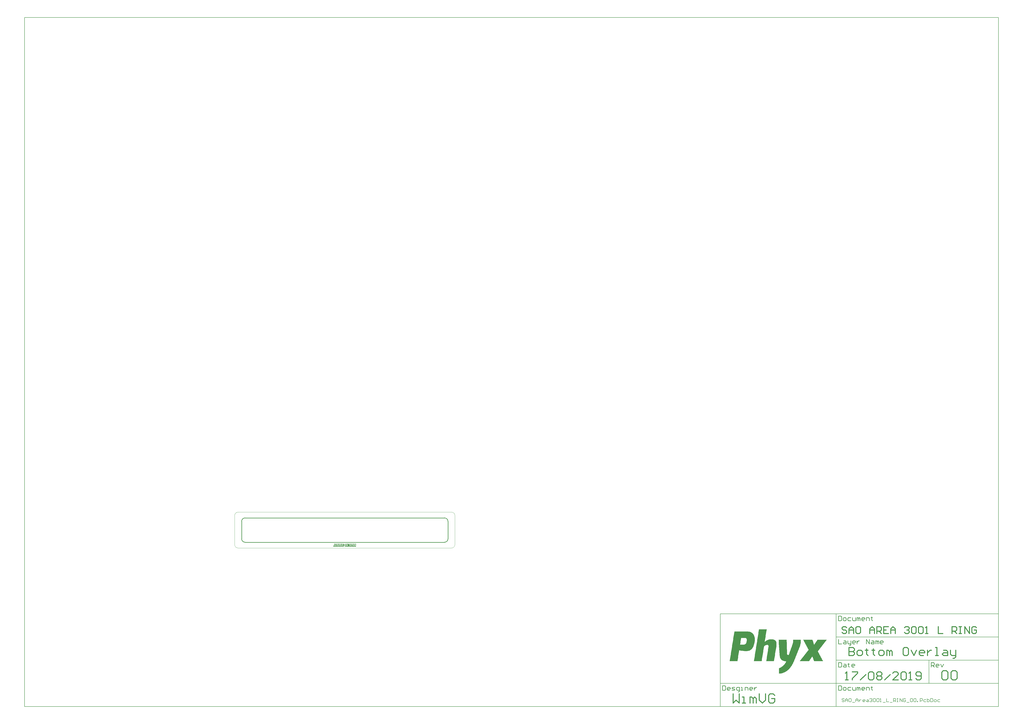
<source format=gbo>
G04*
G04 #@! TF.GenerationSoftware,Altium Limited,Altium Designer,18.1.7 (191)*
G04*
G04 Layer_Color=32896*
%FSLAX25Y25*%
%MOIN*%
G70*
G01*
G75*
%ADD10C,0.01575*%
%ADD11C,0.00984*%
%ADD12C,0.00394*%
%ADD13C,0.00787*%
G36*
X205793Y6972D02*
X206306D01*
Y6464D01*
Y5945D01*
Y5426D01*
Y4913D01*
Y4394D01*
Y3876D01*
Y3368D01*
Y2860D01*
X205793D01*
Y2352D01*
X203735D01*
Y2860D01*
X203216D01*
Y2352D01*
X201157D01*
Y2860D01*
X201152D01*
Y2352D01*
X199094D01*
Y2860D01*
X198575D01*
Y2352D01*
X196517D01*
Y2860D01*
X196511D01*
Y2352D01*
X191876D01*
Y2860D01*
X191870D01*
Y2352D01*
X189812D01*
Y2860D01*
X189293D01*
Y2352D01*
X187234D01*
Y2860D01*
Y3368D01*
Y3876D01*
Y4394D01*
Y4913D01*
Y5426D01*
Y5945D01*
Y6464D01*
X187742D01*
Y6972D01*
X188261D01*
Y7490D01*
X191870D01*
Y6972D01*
X192383D01*
Y7490D01*
X197024D01*
Y6972D01*
X197543D01*
Y7490D01*
X201665D01*
Y6972D01*
X202184D01*
Y7490D01*
X205793D01*
Y6972D01*
D02*
G37*
G36*
X185760D02*
X186274D01*
Y6464D01*
Y5945D01*
Y5426D01*
X185760D01*
Y4913D01*
X186274D01*
Y4394D01*
Y3876D01*
Y3368D01*
X185760D01*
Y2860D01*
X185242D01*
Y2352D01*
X181632D01*
Y2860D01*
X181125D01*
Y3368D01*
X181119D01*
Y2860D01*
X180601D01*
Y2352D01*
X176991D01*
Y2860D01*
X176484D01*
Y3368D01*
X176478D01*
Y2860D01*
X175960D01*
Y2352D01*
X172351D01*
Y2860D01*
X171837D01*
Y2352D01*
X167710D01*
Y2860D01*
Y3368D01*
Y3876D01*
X168228D01*
Y4394D01*
X168742D01*
Y4913D01*
Y5426D01*
Y5945D01*
Y6464D01*
Y6972D01*
X169260D01*
Y7490D01*
X171319D01*
Y6972D01*
X171837D01*
Y6464D01*
Y5945D01*
Y5426D01*
X171319D01*
Y4913D01*
Y4394D01*
X171843D01*
Y4913D01*
Y5426D01*
Y5945D01*
Y6464D01*
X172351D01*
Y6972D01*
X172869D01*
Y7490D01*
X176478D01*
Y6972D01*
X177510D01*
Y7490D01*
X181119D01*
Y6972D01*
X182151D01*
Y7490D01*
X185760D01*
Y6972D01*
D02*
G37*
G36*
X1005337Y-155808D02*
X1005050D01*
Y-156094D01*
X1004764D01*
Y-156380D01*
Y-156667D01*
X1004478D01*
Y-156953D01*
X1004192D01*
Y-157239D01*
X1003905D01*
Y-157526D01*
Y-157812D01*
X1003619D01*
Y-158098D01*
X1003333D01*
Y-158385D01*
X1003046D01*
Y-158671D01*
X1002760D01*
Y-158957D01*
Y-159244D01*
X1002474D01*
Y-159530D01*
X1002187D01*
Y-159816D01*
X1001901D01*
Y-160102D01*
Y-160389D01*
X1001615D01*
Y-160675D01*
X1001328D01*
Y-160961D01*
X1001042D01*
Y-161248D01*
X1000756D01*
Y-161534D01*
Y-161820D01*
X1000469D01*
Y-162107D01*
X1000183D01*
Y-162393D01*
X999897D01*
Y-162679D01*
Y-162966D01*
X999611D01*
Y-163252D01*
X999324D01*
Y-163538D01*
X999038D01*
Y-163824D01*
Y-164111D01*
X998752D01*
Y-164397D01*
X998465D01*
Y-164683D01*
X998179D01*
Y-164970D01*
X997893D01*
Y-165256D01*
Y-165542D01*
X997606D01*
Y-165829D01*
X997320D01*
Y-166115D01*
X997034D01*
Y-166401D01*
Y-166688D01*
X996747D01*
Y-166974D01*
X996461D01*
Y-167260D01*
X996175D01*
Y-167547D01*
Y-167833D01*
X995889D01*
Y-168119D01*
X995602D01*
Y-168405D01*
X995316D01*
Y-168692D01*
X995030D01*
Y-168978D01*
Y-169264D01*
X994743D01*
Y-169551D01*
X994457D01*
Y-169837D01*
X994171D01*
Y-170123D01*
Y-170410D01*
X993884D01*
Y-170696D01*
X993598D01*
Y-170982D01*
X993312D01*
Y-171269D01*
Y-171555D01*
X993025D01*
Y-171841D01*
X992739D01*
Y-172127D01*
X992453D01*
Y-172414D01*
X992166D01*
Y-172700D01*
Y-172986D01*
X991880D01*
Y-173273D01*
X991594D01*
Y-173559D01*
X991308D01*
Y-173845D01*
Y-174132D01*
X991021D01*
Y-174418D01*
X990735D01*
Y-174704D01*
X990449D01*
Y-174991D01*
X990162D01*
Y-175277D01*
Y-175563D01*
X990449D01*
Y-175850D01*
Y-176136D01*
X990735D01*
Y-176422D01*
Y-176709D01*
X991021D01*
Y-176995D01*
X991308D01*
Y-177281D01*
Y-177568D01*
X991594D01*
Y-177854D01*
Y-178140D01*
X991880D01*
Y-178426D01*
Y-178713D01*
X992166D01*
Y-178999D01*
Y-179285D01*
X992453D01*
Y-179572D01*
Y-179858D01*
X992739D01*
Y-180144D01*
Y-180431D01*
X993025D01*
Y-180717D01*
Y-181003D01*
X993312D01*
Y-181290D01*
Y-181576D01*
X993598D01*
Y-181862D01*
X993884D01*
Y-182149D01*
Y-182435D01*
X994171D01*
Y-182721D01*
Y-183007D01*
X994457D01*
Y-183294D01*
Y-183580D01*
X994743D01*
Y-183866D01*
Y-184153D01*
X995030D01*
Y-184439D01*
Y-184725D01*
X995316D01*
Y-185012D01*
Y-185298D01*
X995602D01*
Y-185584D01*
Y-185871D01*
X995889D01*
Y-186157D01*
X996175D01*
Y-186443D01*
Y-186730D01*
X996461D01*
Y-187016D01*
Y-187302D01*
X996747D01*
Y-187588D01*
Y-187875D01*
X997034D01*
Y-188161D01*
Y-188447D01*
X997320D01*
Y-188734D01*
Y-189020D01*
X997606D01*
Y-189306D01*
Y-189593D01*
X997893D01*
Y-189879D01*
Y-190165D01*
X998179D01*
Y-190452D01*
X998465D01*
Y-190738D01*
Y-191024D01*
X998752D01*
Y-191311D01*
Y-191597D01*
X999038D01*
Y-191883D01*
X983863D01*
Y-191597D01*
X983577D01*
Y-191311D01*
Y-191024D01*
Y-190738D01*
X983291D01*
Y-190452D01*
Y-190165D01*
Y-189879D01*
X983004D01*
Y-189593D01*
Y-189306D01*
X982718D01*
Y-189020D01*
Y-188734D01*
Y-188447D01*
X982432D01*
Y-188161D01*
Y-187875D01*
Y-187588D01*
X982146D01*
Y-187302D01*
Y-187016D01*
X981859D01*
Y-186730D01*
Y-186443D01*
Y-186157D01*
X981573D01*
Y-185871D01*
Y-185584D01*
Y-185298D01*
X981287D01*
Y-185012D01*
Y-184725D01*
Y-184439D01*
X981000D01*
Y-184153D01*
X980428D01*
Y-184439D01*
Y-184725D01*
X980141D01*
Y-185012D01*
X979855D01*
Y-185298D01*
Y-185584D01*
X979569D01*
Y-185871D01*
X979282D01*
Y-186157D01*
Y-186443D01*
X978996D01*
Y-186730D01*
X978710D01*
Y-187016D01*
Y-187302D01*
X978423D01*
Y-187588D01*
X978137D01*
Y-187875D01*
X977851D01*
Y-188161D01*
Y-188447D01*
X977565D01*
Y-188734D01*
X977278D01*
Y-189020D01*
Y-189306D01*
X976992D01*
Y-189593D01*
X976705D01*
Y-189879D01*
Y-190165D01*
X976419D01*
Y-190452D01*
X976133D01*
Y-190738D01*
Y-191024D01*
X975847D01*
Y-191311D01*
X975560D01*
Y-191597D01*
Y-191883D01*
X959527D01*
Y-191597D01*
X959813D01*
Y-191311D01*
X960099D01*
Y-191024D01*
X960386D01*
Y-190738D01*
X960672D01*
Y-190452D01*
Y-190165D01*
X960958D01*
Y-189879D01*
X961245D01*
Y-189593D01*
X961531D01*
Y-189306D01*
X961817D01*
Y-189020D01*
Y-188734D01*
X962104D01*
Y-188447D01*
X962390D01*
Y-188161D01*
X962676D01*
Y-187875D01*
Y-187588D01*
X962963D01*
Y-187302D01*
X963249D01*
Y-187016D01*
X963535D01*
Y-186730D01*
X963822D01*
Y-186443D01*
Y-186157D01*
X964108D01*
Y-185871D01*
X964394D01*
Y-185584D01*
X964680D01*
Y-185298D01*
X964967D01*
Y-185012D01*
Y-184725D01*
X965253D01*
Y-184439D01*
X965539D01*
Y-184153D01*
X965826D01*
Y-183866D01*
Y-183580D01*
X966112D01*
Y-183294D01*
X966398D01*
Y-183007D01*
X966685D01*
Y-182721D01*
X966971D01*
Y-182435D01*
Y-182149D01*
X967257D01*
Y-181862D01*
X967544D01*
Y-181576D01*
X967830D01*
Y-181290D01*
Y-181003D01*
X968116D01*
Y-180717D01*
X968402D01*
Y-180431D01*
X968689D01*
Y-180144D01*
X968975D01*
Y-179858D01*
Y-179572D01*
X969261D01*
Y-179285D01*
X969548D01*
Y-178999D01*
X969834D01*
Y-178713D01*
Y-178426D01*
X970120D01*
Y-178140D01*
X970407D01*
Y-177854D01*
X970693D01*
Y-177568D01*
X970979D01*
Y-177281D01*
Y-176995D01*
X971266D01*
Y-176709D01*
X971552D01*
Y-176422D01*
X971838D01*
Y-176136D01*
X972124D01*
Y-175850D01*
Y-175563D01*
X972411D01*
Y-175277D01*
X972697D01*
Y-174991D01*
X972983D01*
Y-174704D01*
Y-174418D01*
X973270D01*
Y-174132D01*
X973556D01*
Y-173845D01*
X973842D01*
Y-173559D01*
X974129D01*
Y-173273D01*
Y-172986D01*
X974415D01*
Y-172700D01*
Y-172414D01*
Y-172127D01*
X974129D01*
Y-171841D01*
X973842D01*
Y-171555D01*
Y-171269D01*
X973556D01*
Y-170982D01*
Y-170696D01*
X973270D01*
Y-170410D01*
Y-170123D01*
X972983D01*
Y-169837D01*
Y-169551D01*
X972697D01*
Y-169264D01*
Y-168978D01*
X972411D01*
Y-168692D01*
Y-168405D01*
X972124D01*
Y-168119D01*
X971838D01*
Y-167833D01*
Y-167547D01*
X971552D01*
Y-167260D01*
Y-166974D01*
X971266D01*
Y-166688D01*
Y-166401D01*
X970979D01*
Y-166115D01*
Y-165829D01*
X970693D01*
Y-165542D01*
Y-165256D01*
X970407D01*
Y-164970D01*
Y-164683D01*
X970120D01*
Y-164397D01*
X969834D01*
Y-164111D01*
Y-163824D01*
X969548D01*
Y-163538D01*
Y-163252D01*
X969261D01*
Y-162966D01*
Y-162679D01*
X968975D01*
Y-162393D01*
Y-162107D01*
X968689D01*
Y-161820D01*
Y-161534D01*
X968402D01*
Y-161248D01*
Y-160961D01*
X968116D01*
Y-160675D01*
Y-160389D01*
X967830D01*
Y-160102D01*
X967544D01*
Y-159816D01*
Y-159530D01*
X967257D01*
Y-159244D01*
Y-158957D01*
X966971D01*
Y-158671D01*
Y-158385D01*
X966685D01*
Y-158098D01*
Y-157812D01*
X966398D01*
Y-157526D01*
Y-157239D01*
X966112D01*
Y-156953D01*
Y-156667D01*
X965826D01*
Y-156380D01*
X965539D01*
Y-156094D01*
Y-155808D01*
X965253D01*
Y-155521D01*
X981000D01*
Y-155808D01*
X981287D01*
Y-156094D01*
Y-156380D01*
Y-156667D01*
X981573D01*
Y-156953D01*
Y-157239D01*
Y-157526D01*
X981859D01*
Y-157812D01*
Y-158098D01*
Y-158385D01*
X982146D01*
Y-158671D01*
Y-158957D01*
Y-159244D01*
X982432D01*
Y-159530D01*
Y-159816D01*
Y-160102D01*
X982718D01*
Y-160389D01*
Y-160675D01*
Y-160961D01*
X983004D01*
Y-161248D01*
Y-161534D01*
Y-161820D01*
X983291D01*
Y-162107D01*
Y-162393D01*
Y-162679D01*
X983577D01*
Y-162966D01*
Y-163252D01*
Y-163538D01*
Y-163824D01*
X984150D01*
Y-163538D01*
X984436D01*
Y-163252D01*
X984722D01*
Y-162966D01*
Y-162679D01*
X985009D01*
Y-162393D01*
X985295D01*
Y-162107D01*
Y-161820D01*
X985581D01*
Y-161534D01*
X985868D01*
Y-161248D01*
Y-160961D01*
X986154D01*
Y-160675D01*
X986440D01*
Y-160389D01*
Y-160102D01*
X986726D01*
Y-159816D01*
X987013D01*
Y-159530D01*
Y-159244D01*
X987299D01*
Y-158957D01*
X987585D01*
Y-158671D01*
Y-158385D01*
X987872D01*
Y-158098D01*
X988158D01*
Y-157812D01*
Y-157526D01*
X988444D01*
Y-157239D01*
X988731D01*
Y-156953D01*
Y-156667D01*
X989017D01*
Y-156380D01*
X989303D01*
Y-156094D01*
Y-155808D01*
X989590D01*
Y-155521D01*
X1005337D01*
Y-155808D01*
D02*
G37*
G36*
X872201Y-141778D02*
X873919D01*
Y-142065D01*
X874778D01*
Y-142351D01*
X875637D01*
Y-142637D01*
X876496D01*
Y-142924D01*
X877069D01*
Y-143210D01*
X877355D01*
Y-143496D01*
X877928D01*
Y-143783D01*
X878214D01*
Y-144069D01*
X878786D01*
Y-144355D01*
X879073D01*
Y-144641D01*
X879359D01*
Y-144928D01*
X879646D01*
Y-145214D01*
X879932D01*
Y-145501D01*
X880218D01*
Y-145787D01*
X880504D01*
Y-146073D01*
Y-146359D01*
X880791D01*
Y-146646D01*
X881077D01*
Y-146932D01*
Y-147218D01*
X881363D01*
Y-147505D01*
X881650D01*
Y-147791D01*
Y-148077D01*
X881936D01*
Y-148364D01*
Y-148650D01*
Y-148936D01*
X882222D01*
Y-149223D01*
Y-149509D01*
Y-149795D01*
X882509D01*
Y-150082D01*
Y-150368D01*
Y-150654D01*
Y-150940D01*
X882795D01*
Y-151227D01*
Y-151513D01*
Y-151799D01*
Y-152086D01*
Y-152372D01*
X883081D01*
Y-152658D01*
Y-152945D01*
Y-153231D01*
Y-153517D01*
Y-153804D01*
Y-154090D01*
Y-154376D01*
Y-154663D01*
Y-154949D01*
Y-155235D01*
Y-155521D01*
Y-155808D01*
Y-156094D01*
Y-156380D01*
Y-156667D01*
Y-156953D01*
Y-157239D01*
Y-157526D01*
Y-157812D01*
Y-158098D01*
X882795D01*
Y-158385D01*
Y-158671D01*
Y-158957D01*
Y-159244D01*
Y-159530D01*
Y-159816D01*
Y-160102D01*
X882509D01*
Y-160389D01*
Y-160675D01*
Y-160961D01*
Y-161248D01*
Y-161534D01*
X882222D01*
Y-161820D01*
Y-162107D01*
Y-162393D01*
Y-162679D01*
Y-162966D01*
X881936D01*
Y-163252D01*
Y-163538D01*
Y-163824D01*
X881650D01*
Y-164111D01*
Y-164397D01*
Y-164683D01*
Y-164970D01*
X881363D01*
Y-165256D01*
Y-165542D01*
Y-165829D01*
X881077D01*
Y-166115D01*
Y-166401D01*
X880791D01*
Y-166688D01*
Y-166974D01*
Y-167260D01*
X880504D01*
Y-167547D01*
Y-167833D01*
X880218D01*
Y-168119D01*
Y-168405D01*
X879932D01*
Y-168692D01*
Y-168978D01*
X879646D01*
Y-169264D01*
X879359D01*
Y-169551D01*
Y-169837D01*
X879073D01*
Y-170123D01*
X878786D01*
Y-170410D01*
X878500D01*
Y-170696D01*
Y-170982D01*
X878214D01*
Y-171269D01*
X877928D01*
Y-171555D01*
X877641D01*
Y-171841D01*
X877355D01*
Y-172127D01*
X877069D01*
Y-172414D01*
X876496D01*
Y-172700D01*
X876210D01*
Y-172986D01*
X875637D01*
Y-173273D01*
X875351D01*
Y-173559D01*
X874778D01*
Y-173845D01*
X873919D01*
Y-174132D01*
X873060D01*
Y-174418D01*
X872201D01*
Y-174704D01*
X870483D01*
Y-174991D01*
X865330D01*
Y-174704D01*
X862753D01*
Y-174418D01*
X860749D01*
Y-174132D01*
X859317D01*
Y-173845D01*
X857886D01*
Y-173559D01*
X856454D01*
Y-173845D01*
Y-174132D01*
Y-174418D01*
Y-174704D01*
Y-174991D01*
Y-175277D01*
Y-175563D01*
X856168D01*
Y-175850D01*
Y-176136D01*
Y-176422D01*
Y-176709D01*
Y-176995D01*
Y-177281D01*
X855882D01*
Y-177568D01*
Y-177854D01*
Y-178140D01*
Y-178426D01*
Y-178713D01*
Y-178999D01*
X855595D01*
Y-179285D01*
Y-179572D01*
Y-179858D01*
Y-180144D01*
Y-180431D01*
Y-180717D01*
Y-181003D01*
X855309D01*
Y-181290D01*
Y-181576D01*
Y-181862D01*
Y-182149D01*
Y-182435D01*
Y-182721D01*
X855023D01*
Y-183007D01*
Y-183294D01*
Y-183580D01*
Y-183866D01*
Y-184153D01*
Y-184439D01*
X854736D01*
Y-184725D01*
Y-185012D01*
Y-185298D01*
Y-185584D01*
Y-185871D01*
Y-186157D01*
Y-186443D01*
X854450D01*
Y-186730D01*
Y-187016D01*
Y-187302D01*
Y-187588D01*
Y-187875D01*
Y-188161D01*
X854164D01*
Y-188447D01*
Y-188734D01*
Y-189020D01*
Y-189306D01*
Y-189593D01*
Y-189879D01*
X853877D01*
Y-190165D01*
Y-190452D01*
Y-190738D01*
Y-191024D01*
Y-191311D01*
Y-191597D01*
Y-191883D01*
X840421D01*
Y-191597D01*
X840707D01*
Y-191311D01*
Y-191024D01*
Y-190738D01*
Y-190452D01*
Y-190165D01*
X840993D01*
Y-189879D01*
Y-189593D01*
Y-189306D01*
Y-189020D01*
Y-188734D01*
Y-188447D01*
Y-188161D01*
X841280D01*
Y-187875D01*
Y-187588D01*
Y-187302D01*
Y-187016D01*
Y-186730D01*
Y-186443D01*
X841566D01*
Y-186157D01*
Y-185871D01*
Y-185584D01*
Y-185298D01*
Y-185012D01*
Y-184725D01*
X841852D01*
Y-184439D01*
Y-184153D01*
Y-183866D01*
Y-183580D01*
Y-183294D01*
Y-183007D01*
Y-182721D01*
X842138D01*
Y-182435D01*
Y-182149D01*
Y-181862D01*
Y-181576D01*
Y-181290D01*
Y-181003D01*
X842425D01*
Y-180717D01*
Y-180431D01*
Y-180144D01*
Y-179858D01*
Y-179572D01*
Y-179285D01*
X842711D01*
Y-178999D01*
Y-178713D01*
Y-178426D01*
Y-178140D01*
Y-177854D01*
Y-177568D01*
X842997D01*
Y-177281D01*
Y-176995D01*
Y-176709D01*
Y-176422D01*
Y-176136D01*
Y-175850D01*
Y-175563D01*
X843284D01*
Y-175277D01*
Y-174991D01*
Y-174704D01*
Y-174418D01*
Y-174132D01*
Y-173845D01*
X843570D01*
Y-173559D01*
Y-173273D01*
Y-172986D01*
Y-172700D01*
Y-172414D01*
Y-172127D01*
X843856D01*
Y-171841D01*
Y-171555D01*
Y-171269D01*
Y-170982D01*
Y-170696D01*
Y-170410D01*
X844143D01*
Y-170123D01*
Y-169837D01*
Y-169551D01*
Y-169264D01*
Y-168978D01*
Y-168692D01*
Y-168405D01*
X844429D01*
Y-168119D01*
Y-167833D01*
Y-167547D01*
Y-167260D01*
Y-166974D01*
Y-166688D01*
X844715D01*
Y-166401D01*
Y-166115D01*
Y-165829D01*
Y-165542D01*
Y-165256D01*
Y-164970D01*
X845002D01*
Y-164683D01*
Y-164397D01*
Y-164111D01*
Y-163824D01*
Y-163538D01*
Y-163252D01*
Y-162966D01*
X845288D01*
Y-162679D01*
Y-162393D01*
Y-162107D01*
Y-161820D01*
Y-161534D01*
Y-161248D01*
X845574D01*
Y-160961D01*
Y-160675D01*
Y-160389D01*
Y-160102D01*
Y-159816D01*
Y-159530D01*
X845861D01*
Y-159244D01*
Y-158957D01*
Y-158671D01*
Y-158385D01*
Y-158098D01*
Y-157812D01*
X846147D01*
Y-157526D01*
Y-157239D01*
Y-156953D01*
Y-156667D01*
Y-156380D01*
Y-156094D01*
Y-155808D01*
X846433D01*
Y-155521D01*
Y-155235D01*
Y-154949D01*
Y-154663D01*
Y-154376D01*
Y-154090D01*
X846719D01*
Y-153804D01*
Y-153517D01*
Y-153231D01*
Y-152945D01*
Y-152658D01*
Y-152372D01*
X847006D01*
Y-152086D01*
Y-151799D01*
Y-151513D01*
Y-151227D01*
Y-150940D01*
Y-150654D01*
Y-150368D01*
X847292D01*
Y-150082D01*
Y-149795D01*
Y-149509D01*
Y-149223D01*
Y-148936D01*
Y-148650D01*
X847578D01*
Y-148364D01*
Y-148077D01*
Y-147791D01*
Y-147505D01*
Y-147218D01*
Y-146932D01*
X847865D01*
Y-146646D01*
Y-146359D01*
Y-146073D01*
Y-145787D01*
Y-145501D01*
Y-145214D01*
Y-144928D01*
X848151D01*
Y-144641D01*
Y-144355D01*
Y-144069D01*
Y-143783D01*
Y-143496D01*
Y-143210D01*
X848437D01*
Y-142924D01*
Y-142637D01*
Y-142351D01*
Y-142065D01*
Y-141778D01*
Y-141492D01*
X872201D01*
Y-141778D01*
D02*
G37*
G36*
X961245Y-155808D02*
Y-156094D01*
Y-156380D01*
Y-156667D01*
Y-156953D01*
Y-157239D01*
Y-157526D01*
Y-157812D01*
Y-158098D01*
Y-158385D01*
Y-158671D01*
Y-158957D01*
Y-159244D01*
Y-159530D01*
Y-159816D01*
Y-160102D01*
Y-160389D01*
Y-160675D01*
Y-160961D01*
Y-161248D01*
Y-161534D01*
X960958D01*
Y-161820D01*
Y-162107D01*
Y-162393D01*
Y-162679D01*
Y-162966D01*
X960672D01*
Y-163252D01*
Y-163538D01*
Y-163824D01*
Y-164111D01*
X960386D01*
Y-164397D01*
Y-164683D01*
Y-164970D01*
Y-165256D01*
X960099D01*
Y-165542D01*
Y-165829D01*
Y-166115D01*
X959813D01*
Y-166401D01*
Y-166688D01*
Y-166974D01*
X959527D01*
Y-167260D01*
Y-167547D01*
Y-167833D01*
X959241D01*
Y-168119D01*
Y-168405D01*
Y-168692D01*
X958954D01*
Y-168978D01*
Y-169264D01*
X958668D01*
Y-169551D01*
Y-169837D01*
X958381D01*
Y-170123D01*
Y-170410D01*
Y-170696D01*
X958095D01*
Y-170982D01*
Y-171269D01*
X957809D01*
Y-171555D01*
Y-171841D01*
Y-172127D01*
X957523D01*
Y-172414D01*
Y-172700D01*
X957236D01*
Y-172986D01*
Y-173273D01*
Y-173559D01*
X956950D01*
Y-173845D01*
Y-174132D01*
X956664D01*
Y-174418D01*
Y-174704D01*
Y-174991D01*
X956377D01*
Y-175277D01*
Y-175563D01*
X956091D01*
Y-175850D01*
Y-176136D01*
Y-176422D01*
X955805D01*
Y-176709D01*
Y-176995D01*
X955518D01*
Y-177281D01*
Y-177568D01*
Y-177854D01*
X955232D01*
Y-178140D01*
Y-178426D01*
X954946D01*
Y-178713D01*
Y-178999D01*
Y-179285D01*
X954659D01*
Y-179572D01*
Y-179858D01*
X954373D01*
Y-180144D01*
Y-180431D01*
Y-180717D01*
X954087D01*
Y-181003D01*
Y-181290D01*
X953800D01*
Y-181576D01*
Y-181862D01*
Y-182149D01*
X953514D01*
Y-182435D01*
Y-182721D01*
X953228D01*
Y-183007D01*
Y-183294D01*
Y-183580D01*
X952942D01*
Y-183866D01*
Y-184153D01*
X952655D01*
Y-184439D01*
Y-184725D01*
Y-185012D01*
X952369D01*
Y-185298D01*
Y-185584D01*
X952083D01*
Y-185871D01*
Y-186157D01*
Y-186443D01*
X951796D01*
Y-186730D01*
Y-187016D01*
X951510D01*
Y-187302D01*
Y-187588D01*
Y-187875D01*
X951224D01*
Y-188161D01*
Y-188447D01*
X950937D01*
Y-188734D01*
Y-189020D01*
Y-189306D01*
X950651D01*
Y-189593D01*
Y-189879D01*
X950365D01*
Y-190165D01*
Y-190452D01*
Y-190738D01*
X950078D01*
Y-191024D01*
Y-191311D01*
X949792D01*
Y-191597D01*
Y-191883D01*
Y-192169D01*
X949506D01*
Y-192456D01*
Y-192742D01*
X949220D01*
Y-193028D01*
Y-193315D01*
X948933D01*
Y-193601D01*
Y-193887D01*
X948647D01*
Y-194174D01*
Y-194460D01*
Y-194746D01*
X948361D01*
Y-195033D01*
X948074D01*
Y-195319D01*
Y-195605D01*
Y-195891D01*
X947788D01*
Y-196178D01*
X947502D01*
Y-196464D01*
Y-196750D01*
X947215D01*
Y-197037D01*
Y-197323D01*
X946929D01*
Y-197609D01*
Y-197896D01*
X946643D01*
Y-198182D01*
Y-198468D01*
X946356D01*
Y-198755D01*
X946070D01*
Y-199041D01*
Y-199327D01*
X945784D01*
Y-199614D01*
Y-199900D01*
X945497D01*
Y-200186D01*
X945211D01*
Y-200472D01*
X944925D01*
Y-200759D01*
Y-201045D01*
X944639D01*
Y-201331D01*
X944352D01*
Y-201618D01*
Y-201904D01*
X944066D01*
Y-202190D01*
X943780D01*
Y-202477D01*
X943493D01*
Y-202763D01*
Y-203049D01*
X943207D01*
Y-203336D01*
X942921D01*
Y-203622D01*
X942634D01*
Y-203908D01*
X942348D01*
Y-204195D01*
X942062D01*
Y-204481D01*
Y-204767D01*
X941775D01*
Y-205053D01*
X941489D01*
Y-205340D01*
X941203D01*
Y-205626D01*
X940916D01*
Y-205912D01*
X940630D01*
Y-206199D01*
X940344D01*
Y-206485D01*
X940057D01*
Y-206771D01*
X939485D01*
Y-207058D01*
X939199D01*
Y-207344D01*
X938912D01*
Y-207630D01*
X938626D01*
Y-207917D01*
X938340D01*
Y-208203D01*
X937767D01*
Y-208489D01*
X937481D01*
Y-208776D01*
X936908D01*
Y-209062D01*
X936622D01*
Y-209348D01*
X936049D01*
Y-209634D01*
X935763D01*
Y-209921D01*
X935190D01*
Y-210207D01*
X934618D01*
Y-210493D01*
X934045D01*
Y-210780D01*
X933472D01*
Y-211066D01*
X932900D01*
Y-211352D01*
X932041D01*
Y-211639D01*
X931468D01*
Y-211925D01*
X930609D01*
Y-212211D01*
X929464D01*
Y-212498D01*
X928319D01*
Y-212784D01*
X926601D01*
Y-213070D01*
X924597D01*
Y-213357D01*
X924310D01*
Y-213070D01*
Y-212784D01*
Y-212498D01*
Y-212211D01*
Y-211925D01*
Y-211639D01*
Y-211352D01*
Y-211066D01*
Y-210780D01*
Y-210493D01*
Y-210207D01*
Y-209921D01*
Y-209634D01*
Y-209348D01*
Y-209062D01*
Y-208776D01*
Y-208489D01*
Y-208203D01*
Y-207917D01*
Y-207630D01*
Y-207344D01*
Y-207058D01*
Y-206771D01*
Y-206485D01*
Y-206199D01*
Y-205912D01*
Y-205626D01*
Y-205340D01*
Y-205053D01*
Y-204767D01*
Y-204481D01*
Y-204195D01*
Y-203908D01*
X924883D01*
Y-203622D01*
X925455D01*
Y-203336D01*
X926028D01*
Y-203049D01*
X926601D01*
Y-202763D01*
X927173D01*
Y-202477D01*
X927746D01*
Y-202190D01*
X928032D01*
Y-201904D01*
X928605D01*
Y-201618D01*
X928891D01*
Y-201331D01*
X929464D01*
Y-201045D01*
X929750D01*
Y-200759D01*
X930037D01*
Y-200472D01*
X930609D01*
Y-200186D01*
X930896D01*
Y-199900D01*
X931182D01*
Y-199614D01*
X931468D01*
Y-199327D01*
X931754D01*
Y-199041D01*
X932041D01*
Y-198755D01*
X932327D01*
Y-198468D01*
X932613D01*
Y-198182D01*
X932900D01*
Y-197896D01*
X933186D01*
Y-197609D01*
X933472D01*
Y-197323D01*
X933759D01*
Y-197037D01*
Y-196750D01*
X934045D01*
Y-196464D01*
X934331D01*
Y-196178D01*
X934618D01*
Y-195891D01*
Y-195605D01*
X934904D01*
Y-195319D01*
X935190D01*
Y-195033D01*
Y-194746D01*
X935476D01*
Y-194460D01*
Y-194174D01*
X935763D01*
Y-193887D01*
X936049D01*
Y-193601D01*
Y-193315D01*
X936335D01*
Y-193028D01*
Y-192742D01*
X936622D01*
Y-192456D01*
Y-192169D01*
X934904D01*
Y-191883D01*
X932900D01*
Y-191597D01*
X931754D01*
Y-191311D01*
X931182D01*
Y-191024D01*
X930323D01*
Y-190738D01*
X929750D01*
Y-190452D01*
X929464D01*
Y-190165D01*
X928891D01*
Y-189879D01*
X928605D01*
Y-189593D01*
X928319D01*
Y-189306D01*
X928032D01*
Y-189020D01*
X927746D01*
Y-188734D01*
X927460D01*
Y-188447D01*
Y-188161D01*
X927173D01*
Y-187875D01*
X926887D01*
Y-187588D01*
Y-187302D01*
X926601D01*
Y-187016D01*
Y-186730D01*
X926315D01*
Y-186443D01*
Y-186157D01*
X926028D01*
Y-185871D01*
Y-185584D01*
Y-185298D01*
X925742D01*
Y-185012D01*
Y-184725D01*
Y-184439D01*
Y-184153D01*
X925455D01*
Y-183866D01*
Y-183580D01*
Y-183294D01*
Y-183007D01*
Y-182721D01*
Y-182435D01*
Y-182149D01*
X925169D01*
Y-181862D01*
Y-181576D01*
Y-181290D01*
Y-181003D01*
Y-180717D01*
Y-180431D01*
Y-180144D01*
Y-179858D01*
Y-179572D01*
Y-179285D01*
Y-178999D01*
Y-178713D01*
Y-178426D01*
Y-178140D01*
Y-177854D01*
X924883D01*
Y-177568D01*
Y-177281D01*
Y-176995D01*
Y-176709D01*
Y-176422D01*
Y-176136D01*
Y-175850D01*
Y-175563D01*
Y-175277D01*
Y-174991D01*
Y-174704D01*
Y-174418D01*
Y-174132D01*
Y-173845D01*
Y-173559D01*
X924597D01*
Y-173273D01*
Y-172986D01*
Y-172700D01*
Y-172414D01*
Y-172127D01*
Y-171841D01*
Y-171555D01*
Y-171269D01*
Y-170982D01*
Y-170696D01*
Y-170410D01*
Y-170123D01*
Y-169837D01*
Y-169551D01*
Y-169264D01*
Y-168978D01*
X924310D01*
Y-168692D01*
Y-168405D01*
Y-168119D01*
Y-167833D01*
Y-167547D01*
Y-167260D01*
Y-166974D01*
Y-166688D01*
Y-166401D01*
Y-166115D01*
Y-165829D01*
Y-165542D01*
Y-165256D01*
Y-164970D01*
Y-164683D01*
Y-164397D01*
X924024D01*
Y-164111D01*
Y-163824D01*
Y-163538D01*
Y-163252D01*
Y-162966D01*
Y-162679D01*
Y-162393D01*
Y-162107D01*
Y-161820D01*
Y-161534D01*
Y-161248D01*
Y-160961D01*
Y-160675D01*
Y-160389D01*
X923738D01*
Y-160102D01*
Y-159816D01*
Y-159530D01*
Y-159244D01*
Y-158957D01*
Y-158671D01*
Y-158385D01*
Y-158098D01*
Y-157812D01*
Y-157526D01*
Y-157239D01*
Y-156953D01*
Y-156667D01*
Y-156380D01*
Y-156094D01*
Y-155808D01*
X923451D01*
Y-155521D01*
X937194D01*
Y-155808D01*
Y-156094D01*
Y-156380D01*
Y-156667D01*
Y-156953D01*
Y-157239D01*
Y-157526D01*
Y-157812D01*
Y-158098D01*
Y-158385D01*
Y-158671D01*
Y-158957D01*
Y-159244D01*
Y-159530D01*
X937481D01*
Y-159816D01*
Y-160102D01*
Y-160389D01*
Y-160675D01*
Y-160961D01*
Y-161248D01*
Y-161534D01*
Y-161820D01*
Y-162107D01*
Y-162393D01*
Y-162679D01*
Y-162966D01*
Y-163252D01*
Y-163538D01*
Y-163824D01*
Y-164111D01*
Y-164397D01*
Y-164683D01*
Y-164970D01*
Y-165256D01*
Y-165542D01*
Y-165829D01*
Y-166115D01*
Y-166401D01*
Y-166688D01*
Y-166974D01*
Y-167260D01*
Y-167547D01*
Y-167833D01*
Y-168119D01*
Y-168405D01*
Y-168692D01*
Y-168978D01*
Y-169264D01*
Y-169551D01*
Y-169837D01*
Y-170123D01*
Y-170410D01*
Y-170696D01*
Y-170982D01*
Y-171269D01*
X937767D01*
Y-171555D01*
X937481D01*
Y-171841D01*
Y-172127D01*
X937767D01*
Y-172414D01*
Y-172700D01*
Y-172986D01*
Y-173273D01*
Y-173559D01*
Y-173845D01*
Y-174132D01*
Y-174418D01*
Y-174704D01*
Y-174991D01*
Y-175277D01*
Y-175563D01*
Y-175850D01*
Y-176136D01*
Y-176422D01*
Y-176709D01*
Y-176995D01*
Y-177281D01*
Y-177568D01*
Y-177854D01*
Y-178140D01*
Y-178426D01*
Y-178713D01*
Y-178999D01*
Y-179285D01*
Y-179572D01*
X938053D01*
Y-179858D01*
Y-180144D01*
Y-180431D01*
X938340D01*
Y-180717D01*
X938626D01*
Y-181003D01*
X938912D01*
Y-181290D01*
X939771D01*
Y-181576D01*
X940630D01*
Y-181290D01*
X940916D01*
Y-181003D01*
Y-180717D01*
Y-180431D01*
X941203D01*
Y-180144D01*
Y-179858D01*
X941489D01*
Y-179572D01*
Y-179285D01*
Y-178999D01*
X941775D01*
Y-178713D01*
Y-178426D01*
Y-178140D01*
X942062D01*
Y-177854D01*
Y-177568D01*
Y-177281D01*
X942348D01*
Y-176995D01*
Y-176709D01*
Y-176422D01*
X942634D01*
Y-176136D01*
Y-175850D01*
X942921D01*
Y-175563D01*
Y-175277D01*
Y-174991D01*
X943207D01*
Y-174704D01*
Y-174418D01*
Y-174132D01*
X943493D01*
Y-173845D01*
Y-173559D01*
Y-173273D01*
X943780D01*
Y-172986D01*
Y-172700D01*
X944066D01*
Y-172414D01*
Y-172127D01*
Y-171841D01*
X944352D01*
Y-171555D01*
Y-171269D01*
Y-170982D01*
X944639D01*
Y-170696D01*
Y-170410D01*
Y-170123D01*
X944925D01*
Y-169837D01*
Y-169551D01*
X945211D01*
Y-169264D01*
Y-168978D01*
Y-168692D01*
X945497D01*
Y-168405D01*
Y-168119D01*
Y-167833D01*
X945784D01*
Y-167547D01*
Y-167260D01*
Y-166974D01*
X946070D01*
Y-166688D01*
Y-166401D01*
X946356D01*
Y-166115D01*
Y-165829D01*
Y-165542D01*
X946643D01*
Y-165256D01*
Y-164970D01*
Y-164683D01*
X946929D01*
Y-164397D01*
Y-164111D01*
Y-163824D01*
X947215D01*
Y-163538D01*
Y-163252D01*
Y-162966D01*
Y-162679D01*
X947502D01*
Y-162393D01*
Y-162107D01*
Y-161820D01*
Y-161534D01*
X947788D01*
Y-161248D01*
Y-160961D01*
Y-160675D01*
Y-160389D01*
Y-160102D01*
X948074D01*
Y-159816D01*
Y-159530D01*
Y-159244D01*
Y-158957D01*
Y-158671D01*
Y-158385D01*
X948361D01*
Y-158098D01*
Y-157812D01*
Y-157526D01*
Y-157239D01*
Y-156953D01*
Y-156667D01*
Y-156380D01*
Y-156094D01*
Y-155808D01*
Y-155521D01*
X961245D01*
Y-155808D01*
D02*
G37*
G36*
X903409Y-138343D02*
Y-138629D01*
X903123D01*
Y-138915D01*
Y-139202D01*
Y-139488D01*
Y-139774D01*
Y-140060D01*
Y-140347D01*
X902837D01*
Y-140633D01*
Y-140919D01*
Y-141206D01*
Y-141492D01*
Y-141778D01*
Y-142065D01*
X902551D01*
Y-142351D01*
Y-142637D01*
Y-142924D01*
Y-143210D01*
Y-143496D01*
Y-143783D01*
Y-144069D01*
X902264D01*
Y-144355D01*
Y-144641D01*
Y-144928D01*
Y-145214D01*
Y-145501D01*
Y-145787D01*
X901978D01*
Y-146073D01*
Y-146359D01*
Y-146646D01*
Y-146932D01*
Y-147218D01*
Y-147505D01*
X901692D01*
Y-147791D01*
Y-148077D01*
Y-148364D01*
Y-148650D01*
Y-148936D01*
Y-149223D01*
Y-149509D01*
X901405D01*
Y-149795D01*
Y-150082D01*
Y-150368D01*
Y-150654D01*
Y-150940D01*
Y-151227D01*
X901119D01*
Y-151513D01*
Y-151799D01*
Y-152086D01*
Y-152372D01*
Y-152658D01*
Y-152945D01*
X900833D01*
Y-153231D01*
Y-153517D01*
Y-153804D01*
Y-154090D01*
Y-154376D01*
Y-154663D01*
X900546D01*
Y-154949D01*
Y-155235D01*
Y-155521D01*
Y-155808D01*
Y-156094D01*
Y-156380D01*
Y-156667D01*
X900260D01*
Y-156953D01*
Y-157239D01*
Y-157526D01*
Y-157812D01*
Y-158098D01*
Y-158385D01*
X899974D01*
Y-158671D01*
Y-158957D01*
X900546D01*
Y-158671D01*
X900833D01*
Y-158385D01*
X901119D01*
Y-158098D01*
X901692D01*
Y-157812D01*
X901978D01*
Y-157526D01*
X902264D01*
Y-157239D01*
X902837D01*
Y-156953D01*
X903409D01*
Y-156667D01*
X903696D01*
Y-156380D01*
X904268D01*
Y-156094D01*
X905127D01*
Y-155808D01*
X905700D01*
Y-155521D01*
X906559D01*
Y-155235D01*
X907990D01*
Y-154949D01*
X914289D01*
Y-155235D01*
X915435D01*
Y-155521D01*
X916294D01*
Y-155808D01*
X916866D01*
Y-156094D01*
X917153D01*
Y-156380D01*
X917725D01*
Y-156667D01*
X918011D01*
Y-156953D01*
X918298D01*
Y-157239D01*
X918584D01*
Y-157526D01*
X918870D01*
Y-157812D01*
Y-158098D01*
X919157D01*
Y-158385D01*
Y-158671D01*
X919443D01*
Y-158957D01*
Y-159244D01*
Y-159530D01*
X919729D01*
Y-159816D01*
Y-160102D01*
Y-160389D01*
Y-160675D01*
X920016D01*
Y-160961D01*
Y-161248D01*
Y-161534D01*
Y-161820D01*
Y-162107D01*
Y-162393D01*
Y-162679D01*
Y-162966D01*
Y-163252D01*
Y-163538D01*
Y-163824D01*
Y-164111D01*
Y-164397D01*
Y-164683D01*
Y-164970D01*
Y-165256D01*
Y-165542D01*
Y-165829D01*
X919729D01*
Y-166115D01*
Y-166401D01*
Y-166688D01*
Y-166974D01*
Y-167260D01*
Y-167547D01*
Y-167833D01*
X919443D01*
Y-168119D01*
Y-168405D01*
Y-168692D01*
Y-168978D01*
Y-169264D01*
Y-169551D01*
Y-169837D01*
X919157D01*
Y-170123D01*
Y-170410D01*
Y-170696D01*
Y-170982D01*
Y-171269D01*
Y-171555D01*
X918870D01*
Y-171841D01*
Y-172127D01*
Y-172414D01*
Y-172700D01*
Y-172986D01*
Y-173273D01*
X918584D01*
Y-173559D01*
Y-173845D01*
Y-174132D01*
Y-174418D01*
Y-174704D01*
Y-174991D01*
X918298D01*
Y-175277D01*
Y-175563D01*
Y-175850D01*
Y-176136D01*
Y-176422D01*
Y-176709D01*
Y-176995D01*
X918011D01*
Y-177281D01*
Y-177568D01*
Y-177854D01*
Y-178140D01*
Y-178426D01*
Y-178713D01*
X917725D01*
Y-178999D01*
Y-179285D01*
Y-179572D01*
Y-179858D01*
Y-180144D01*
Y-180431D01*
X917439D01*
Y-180717D01*
Y-181003D01*
Y-181290D01*
Y-181576D01*
Y-181862D01*
Y-182149D01*
Y-182435D01*
X917153D01*
Y-182721D01*
Y-183007D01*
Y-183294D01*
Y-183580D01*
Y-183866D01*
Y-184153D01*
X916866D01*
Y-184439D01*
Y-184725D01*
Y-185012D01*
Y-185298D01*
Y-185584D01*
Y-185871D01*
X916580D01*
Y-186157D01*
Y-186443D01*
Y-186730D01*
Y-187016D01*
Y-187302D01*
Y-187588D01*
X916294D01*
Y-187875D01*
Y-188161D01*
Y-188447D01*
Y-188734D01*
Y-189020D01*
Y-189306D01*
Y-189593D01*
X916007D01*
Y-189879D01*
Y-190165D01*
Y-190452D01*
Y-190738D01*
Y-191024D01*
Y-191311D01*
X915721D01*
Y-191597D01*
Y-191883D01*
X902551D01*
Y-191597D01*
Y-191311D01*
X902837D01*
Y-191024D01*
Y-190738D01*
Y-190452D01*
Y-190165D01*
Y-189879D01*
Y-189593D01*
X903123D01*
Y-189306D01*
Y-189020D01*
Y-188734D01*
Y-188447D01*
Y-188161D01*
Y-187875D01*
Y-187588D01*
X903409D01*
Y-187302D01*
Y-187016D01*
Y-186730D01*
Y-186443D01*
Y-186157D01*
Y-185871D01*
X903696D01*
Y-185584D01*
Y-185298D01*
Y-185012D01*
Y-184725D01*
Y-184439D01*
Y-184153D01*
X903982D01*
Y-183866D01*
Y-183580D01*
Y-183294D01*
Y-183007D01*
Y-182721D01*
Y-182435D01*
Y-182149D01*
X904268D01*
Y-181862D01*
Y-181576D01*
Y-181290D01*
Y-181003D01*
Y-180717D01*
Y-180431D01*
X904555D01*
Y-180144D01*
Y-179858D01*
Y-179572D01*
Y-179285D01*
Y-178999D01*
Y-178713D01*
Y-178426D01*
X904841D01*
Y-178140D01*
Y-177854D01*
Y-177568D01*
Y-177281D01*
Y-176995D01*
Y-176709D01*
X905127D01*
Y-176422D01*
Y-176136D01*
Y-175850D01*
Y-175563D01*
Y-175277D01*
Y-174991D01*
X905414D01*
Y-174704D01*
Y-174418D01*
Y-174132D01*
Y-173845D01*
Y-173559D01*
Y-173273D01*
X905700D01*
Y-172986D01*
Y-172700D01*
Y-172414D01*
Y-172127D01*
Y-171841D01*
Y-171555D01*
Y-171269D01*
X905986D01*
Y-170982D01*
Y-170696D01*
Y-170410D01*
Y-170123D01*
Y-169837D01*
Y-169551D01*
X906273D01*
Y-169264D01*
Y-168978D01*
Y-168692D01*
Y-168405D01*
Y-168119D01*
Y-167833D01*
Y-167547D01*
X906559D01*
Y-167260D01*
Y-166974D01*
Y-166688D01*
Y-166401D01*
Y-166115D01*
Y-165829D01*
X906273D01*
Y-165542D01*
Y-165256D01*
X905986D01*
Y-164970D01*
X905700D01*
Y-164683D01*
X905127D01*
Y-164397D01*
X903409D01*
Y-164683D01*
X901978D01*
Y-164970D01*
X901119D01*
Y-165256D01*
X900546D01*
Y-165542D01*
X900260D01*
Y-165829D01*
X899687D01*
Y-166115D01*
X899401D01*
Y-166401D01*
X899115D01*
Y-166688D01*
Y-166974D01*
X898828D01*
Y-167260D01*
Y-167547D01*
Y-167833D01*
X898542D01*
Y-168119D01*
Y-168405D01*
Y-168692D01*
Y-168978D01*
Y-169264D01*
Y-169551D01*
X898256D01*
Y-169837D01*
Y-170123D01*
Y-170410D01*
Y-170696D01*
Y-170982D01*
Y-171269D01*
Y-171555D01*
X897970D01*
Y-171841D01*
Y-172127D01*
Y-172414D01*
Y-172700D01*
Y-172986D01*
Y-173273D01*
X897683D01*
Y-173559D01*
Y-173845D01*
Y-174132D01*
Y-174418D01*
Y-174704D01*
Y-174991D01*
X897397D01*
Y-175277D01*
Y-175563D01*
Y-175850D01*
Y-176136D01*
Y-176422D01*
Y-176709D01*
X897111D01*
Y-176995D01*
Y-177281D01*
Y-177568D01*
Y-177854D01*
Y-178140D01*
Y-178426D01*
Y-178713D01*
X896824D01*
Y-178999D01*
Y-179285D01*
Y-179572D01*
Y-179858D01*
Y-180144D01*
Y-180431D01*
X896538D01*
Y-180717D01*
Y-181003D01*
Y-181290D01*
Y-181576D01*
Y-181862D01*
Y-182149D01*
X896252D01*
Y-182435D01*
Y-182721D01*
Y-183007D01*
Y-183294D01*
Y-183580D01*
Y-183866D01*
Y-184153D01*
X895965D01*
Y-184439D01*
Y-184725D01*
Y-185012D01*
Y-185298D01*
Y-185584D01*
Y-185871D01*
X895679D01*
Y-186157D01*
Y-186443D01*
Y-186730D01*
Y-187016D01*
Y-187302D01*
Y-187588D01*
X895393D01*
Y-187875D01*
Y-188161D01*
Y-188447D01*
Y-188734D01*
Y-189020D01*
Y-189306D01*
X895106D01*
Y-189593D01*
Y-189879D01*
Y-190165D01*
Y-190452D01*
Y-190738D01*
Y-191024D01*
Y-191311D01*
X894820D01*
Y-191597D01*
Y-191883D01*
X881650D01*
Y-191597D01*
Y-191311D01*
X881936D01*
Y-191024D01*
Y-190738D01*
Y-190452D01*
Y-190165D01*
Y-189879D01*
Y-189593D01*
Y-189306D01*
X882222D01*
Y-189020D01*
Y-188734D01*
Y-188447D01*
Y-188161D01*
Y-187875D01*
Y-187588D01*
X882509D01*
Y-187302D01*
Y-187016D01*
Y-186730D01*
Y-186443D01*
Y-186157D01*
Y-185871D01*
X882795D01*
Y-185584D01*
Y-185298D01*
Y-185012D01*
Y-184725D01*
Y-184439D01*
Y-184153D01*
Y-183866D01*
X883081D01*
Y-183580D01*
Y-183294D01*
Y-183007D01*
Y-182721D01*
Y-182435D01*
Y-182149D01*
X883368D01*
Y-181862D01*
Y-181576D01*
Y-181290D01*
Y-181003D01*
Y-180717D01*
Y-180431D01*
X883654D01*
Y-180144D01*
Y-179858D01*
Y-179572D01*
Y-179285D01*
Y-178999D01*
Y-178713D01*
X883940D01*
Y-178426D01*
Y-178140D01*
Y-177854D01*
Y-177568D01*
Y-177281D01*
Y-176995D01*
Y-176709D01*
X884227D01*
Y-176422D01*
Y-176136D01*
Y-175850D01*
Y-175563D01*
Y-175277D01*
Y-174991D01*
X884513D01*
Y-174704D01*
Y-174418D01*
Y-174132D01*
Y-173845D01*
Y-173559D01*
Y-173273D01*
X884799D01*
Y-172986D01*
Y-172700D01*
Y-172414D01*
Y-172127D01*
Y-171841D01*
Y-171555D01*
Y-171269D01*
X885085D01*
Y-170982D01*
Y-170696D01*
Y-170410D01*
Y-170123D01*
Y-169837D01*
Y-169551D01*
X885372D01*
Y-169264D01*
Y-168978D01*
Y-168692D01*
Y-168405D01*
Y-168119D01*
Y-167833D01*
X885658D01*
Y-167547D01*
Y-167260D01*
Y-166974D01*
Y-166688D01*
Y-166401D01*
Y-166115D01*
X885944D01*
Y-165829D01*
Y-165542D01*
Y-165256D01*
Y-164970D01*
Y-164683D01*
Y-164397D01*
Y-164111D01*
X886231D01*
Y-163824D01*
Y-163538D01*
Y-163252D01*
Y-162966D01*
Y-162679D01*
Y-162393D01*
X886517D01*
Y-162107D01*
Y-161820D01*
Y-161534D01*
Y-161248D01*
Y-160961D01*
Y-160675D01*
X886803D01*
Y-160389D01*
Y-160102D01*
Y-159816D01*
Y-159530D01*
Y-159244D01*
Y-158957D01*
X887090D01*
Y-158671D01*
Y-158385D01*
Y-158098D01*
Y-157812D01*
Y-157526D01*
Y-157239D01*
Y-156953D01*
X887376D01*
Y-156667D01*
Y-156380D01*
Y-156094D01*
Y-155808D01*
Y-155521D01*
Y-155235D01*
X887662D01*
Y-154949D01*
Y-154663D01*
Y-154376D01*
Y-154090D01*
Y-153804D01*
Y-153517D01*
X887949D01*
Y-153231D01*
Y-152945D01*
Y-152658D01*
Y-152372D01*
Y-152086D01*
Y-151799D01*
Y-151513D01*
X888235D01*
Y-151227D01*
Y-150940D01*
Y-150654D01*
Y-150368D01*
Y-150082D01*
Y-149795D01*
X888521D01*
Y-149509D01*
Y-149223D01*
Y-148936D01*
Y-148650D01*
Y-148364D01*
Y-148077D01*
X888807D01*
Y-147791D01*
Y-147505D01*
Y-147218D01*
Y-146932D01*
Y-146646D01*
Y-146359D01*
X889094D01*
Y-146073D01*
Y-145787D01*
Y-145501D01*
Y-145214D01*
Y-144928D01*
Y-144641D01*
Y-144355D01*
X889380D01*
Y-144069D01*
Y-143783D01*
Y-143496D01*
Y-143210D01*
Y-142924D01*
Y-142637D01*
X889666D01*
Y-142351D01*
Y-142065D01*
Y-141778D01*
Y-141492D01*
Y-141206D01*
Y-140919D01*
X889953D01*
Y-140633D01*
Y-140347D01*
Y-140060D01*
Y-139774D01*
Y-139488D01*
Y-139202D01*
Y-138915D01*
X890239D01*
Y-138629D01*
Y-138343D01*
Y-138056D01*
X903409D01*
Y-138343D01*
D02*
G37*
%LPC*%
G36*
X205274Y6972D02*
X202697D01*
Y6464D01*
X202184D01*
Y5945D01*
Y5426D01*
Y4913D01*
Y4394D01*
Y3876D01*
Y3368D01*
X203216D01*
Y3876D01*
Y4394D01*
X204756D01*
Y3876D01*
Y3368D01*
X205793D01*
Y3876D01*
Y4394D01*
Y4913D01*
Y5426D01*
Y5945D01*
Y6464D01*
X205274D01*
Y6972D01*
D02*
G37*
G36*
X201152D02*
X198056D01*
Y6464D01*
X197543D01*
Y5945D01*
Y5426D01*
X198056D01*
Y4913D01*
X197543D01*
Y4394D01*
Y3876D01*
Y3368D01*
X198575D01*
Y3876D01*
Y4394D01*
Y4913D01*
X200115D01*
Y4394D01*
Y3876D01*
Y3368D01*
X201152D01*
Y3876D01*
Y4394D01*
Y4913D01*
Y5426D01*
Y5945D01*
Y6464D01*
Y6972D01*
D02*
G37*
G36*
X196511D02*
X192902D01*
Y6464D01*
X195474D01*
Y5945D01*
Y5426D01*
X193415D01*
Y4913D01*
X195474D01*
Y4394D01*
Y3876D01*
X192902D01*
Y3368D01*
X196511D01*
Y3876D01*
Y4394D01*
Y4913D01*
Y5426D01*
Y5945D01*
Y6464D01*
Y6972D01*
D02*
G37*
G36*
X191351D02*
X188774D01*
Y6464D01*
X188261D01*
Y5945D01*
Y5426D01*
Y4913D01*
Y4394D01*
Y3876D01*
Y3368D01*
X189293D01*
Y3876D01*
Y4394D01*
X190833D01*
Y3876D01*
Y3368D01*
X191870D01*
Y3876D01*
Y4394D01*
Y4913D01*
Y5426D01*
Y5945D01*
Y6464D01*
X191351D01*
Y6972D01*
D02*
G37*
%LPD*%
G36*
X204756Y5945D02*
Y5426D01*
Y4913D01*
X203216D01*
Y5426D01*
Y5945D01*
Y6464D01*
X204756D01*
Y5945D01*
D02*
G37*
G36*
X200115D02*
Y5426D01*
X198575D01*
Y5945D01*
Y6464D01*
X200115D01*
Y5945D01*
D02*
G37*
G36*
X190833D02*
Y5426D01*
Y4913D01*
X189293D01*
Y5426D01*
Y5945D01*
Y6464D01*
X190833D01*
Y5945D01*
D02*
G37*
%LPC*%
G36*
X185242Y6972D02*
X182665D01*
Y6464D01*
X182151D01*
Y5945D01*
Y5426D01*
X182665D01*
Y4913D01*
X182151D01*
Y4394D01*
Y3876D01*
X182665D01*
Y3368D01*
X185242D01*
Y3876D01*
X185760D01*
Y4394D01*
X184723D01*
Y3876D01*
X183183D01*
Y4394D01*
Y4913D01*
X184221D01*
Y5426D01*
X183183D01*
Y5945D01*
Y6464D01*
X184723D01*
Y5945D01*
X185760D01*
Y6464D01*
X185242D01*
Y6972D01*
D02*
G37*
G36*
X180601D02*
X178024D01*
Y6464D01*
X177510D01*
Y5945D01*
Y5426D01*
Y4913D01*
Y4394D01*
Y3876D01*
X178024D01*
Y3368D01*
X180601D01*
Y3876D01*
X181119D01*
Y4394D01*
Y4913D01*
Y5426D01*
Y5945D01*
Y6464D01*
X180601D01*
Y6972D01*
D02*
G37*
G36*
X175960D02*
X173382D01*
Y6464D01*
X172869D01*
Y5945D01*
Y5426D01*
Y4913D01*
Y4394D01*
Y3876D01*
X173382D01*
Y3368D01*
X175960D01*
Y3876D01*
X176478D01*
Y4394D01*
Y4913D01*
Y5426D01*
Y5945D01*
Y6464D01*
X175960D01*
Y6972D01*
D02*
G37*
G36*
X170800D02*
X169779D01*
Y6464D01*
Y5945D01*
Y5426D01*
Y4913D01*
Y4394D01*
Y3876D01*
X168742D01*
Y3368D01*
X171837D01*
Y3876D01*
X170800D01*
Y4394D01*
Y4913D01*
Y5426D01*
Y5945D01*
X171319D01*
Y6464D01*
X170800D01*
Y6972D01*
D02*
G37*
%LPD*%
G36*
X180082Y5945D02*
Y5426D01*
Y4913D01*
X179579D01*
Y5426D01*
X179061D01*
Y5945D01*
X178542D01*
Y6464D01*
X180082D01*
Y5945D01*
D02*
G37*
G36*
X179061Y4913D02*
X179579D01*
Y4394D01*
X180082D01*
Y3876D01*
X178542D01*
Y4394D01*
Y4913D01*
Y5426D01*
X179061D01*
Y4913D01*
D02*
G37*
G36*
X175441Y5945D02*
Y5426D01*
Y4913D01*
X174939D01*
Y5426D01*
X174420D01*
Y5945D01*
X173901D01*
Y6464D01*
X175441D01*
Y5945D01*
D02*
G37*
G36*
X174420Y4913D02*
X174939D01*
Y4394D01*
X175441D01*
Y3876D01*
X173901D01*
Y4394D01*
Y4913D01*
Y5426D01*
X174420D01*
Y4913D01*
D02*
G37*
%LPC*%
G36*
X867907Y-152658D02*
X859890D01*
Y-152945D01*
Y-153231D01*
Y-153517D01*
Y-153804D01*
Y-154090D01*
X859604D01*
Y-154376D01*
Y-154663D01*
Y-154949D01*
Y-155235D01*
Y-155521D01*
Y-155808D01*
X859317D01*
Y-156094D01*
Y-156380D01*
Y-156667D01*
Y-156953D01*
Y-157239D01*
Y-157526D01*
X859031D01*
Y-157812D01*
Y-158098D01*
Y-158385D01*
Y-158671D01*
Y-158957D01*
Y-159244D01*
X858745D01*
Y-159530D01*
Y-159816D01*
Y-160102D01*
Y-160389D01*
Y-160675D01*
Y-160961D01*
Y-161248D01*
X858458D01*
Y-161534D01*
Y-161820D01*
Y-162107D01*
Y-162393D01*
Y-162679D01*
Y-162966D01*
X858172D01*
Y-163252D01*
Y-163538D01*
Y-163824D01*
X865330D01*
Y-163538D01*
X866475D01*
Y-163252D01*
X867048D01*
Y-162966D01*
X867334D01*
Y-162679D01*
X867620D01*
Y-162393D01*
X867907D01*
Y-162107D01*
X868193D01*
Y-161820D01*
Y-161534D01*
X868479D01*
Y-161248D01*
Y-160961D01*
X868766D01*
Y-160675D01*
Y-160389D01*
X869052D01*
Y-160102D01*
Y-159816D01*
Y-159530D01*
Y-159244D01*
X869338D01*
Y-158957D01*
Y-158671D01*
Y-158385D01*
Y-158098D01*
Y-157812D01*
X869625D01*
Y-157526D01*
Y-157239D01*
Y-156953D01*
Y-156667D01*
Y-156380D01*
Y-156094D01*
Y-155808D01*
Y-155521D01*
Y-155235D01*
Y-154949D01*
Y-154663D01*
X869338D01*
Y-154376D01*
Y-154090D01*
X869052D01*
Y-153804D01*
Y-153517D01*
X868766D01*
Y-153231D01*
X868479D01*
Y-152945D01*
X867907D01*
Y-152658D01*
D02*
G37*
%LPD*%
D10*
X1042921Y-168552D02*
Y-182327D01*
X1049809D01*
X1052104Y-180031D01*
Y-177735D01*
X1049809Y-175439D01*
X1042921D01*
X1049809D01*
X1052104Y-173144D01*
Y-170848D01*
X1049809Y-168552D01*
X1042921D01*
X1058992Y-182327D02*
X1063584D01*
X1065879Y-180031D01*
Y-175439D01*
X1063584Y-173144D01*
X1058992D01*
X1056696Y-175439D01*
Y-180031D01*
X1058992Y-182327D01*
X1072767Y-170848D02*
Y-173144D01*
X1070471D01*
X1075063D01*
X1072767D01*
Y-180031D01*
X1075063Y-182327D01*
X1084246Y-170848D02*
Y-173144D01*
X1081950D01*
X1086542D01*
X1084246D01*
Y-180031D01*
X1086542Y-182327D01*
X1095725D02*
X1100317D01*
X1102613Y-180031D01*
Y-175439D01*
X1100317Y-173144D01*
X1095725D01*
X1093430Y-175439D01*
Y-180031D01*
X1095725Y-182327D01*
X1107205D02*
Y-173144D01*
X1109501D01*
X1111796Y-175439D01*
Y-182327D01*
Y-175439D01*
X1114092Y-173144D01*
X1116388Y-175439D01*
Y-182327D01*
X1141642Y-168552D02*
X1137051D01*
X1134755Y-170848D01*
Y-180031D01*
X1137051Y-182327D01*
X1141642D01*
X1143938Y-180031D01*
Y-170848D01*
X1141642Y-168552D01*
X1148530Y-173144D02*
X1153122Y-182327D01*
X1157713Y-173144D01*
X1169193Y-182327D02*
X1164601D01*
X1162305Y-180031D01*
Y-175439D01*
X1164601Y-173144D01*
X1169193D01*
X1171488Y-175439D01*
Y-177735D01*
X1162305D01*
X1176080Y-173144D02*
Y-182327D01*
Y-177735D01*
X1178376Y-175439D01*
X1180672Y-173144D01*
X1182968D01*
X1189855Y-182327D02*
X1194447D01*
X1192151D01*
Y-168552D01*
X1189855D01*
X1203630Y-173144D02*
X1208222D01*
X1210518Y-175439D01*
Y-182327D01*
X1203630D01*
X1201334Y-180031D01*
X1203630Y-177735D01*
X1210518D01*
X1215109Y-173144D02*
Y-180031D01*
X1217405Y-182327D01*
X1224293D01*
Y-184623D01*
X1221997Y-186919D01*
X1219701D01*
X1224293Y-182327D02*
Y-173144D01*
X846071Y-247293D02*
Y-263036D01*
X851318Y-257788D01*
X856566Y-263036D01*
Y-247293D01*
X861814Y-263036D02*
X867061D01*
X864437D01*
Y-252540D01*
X861814D01*
X874933Y-263036D02*
Y-252540D01*
X877556D01*
X880180Y-255164D01*
Y-263036D01*
Y-255164D01*
X882804Y-252540D01*
X885428Y-255164D01*
Y-263036D01*
X890676Y-247293D02*
Y-257788D01*
X895923Y-263036D01*
X901171Y-257788D01*
Y-247293D01*
X916914Y-249917D02*
X914290Y-247293D01*
X909042D01*
X906419Y-249917D01*
Y-260412D01*
X909042Y-263036D01*
X914290D01*
X916914Y-260412D01*
Y-255164D01*
X911666D01*
X1200401Y-210546D02*
X1203025Y-207923D01*
X1208273D01*
X1210897Y-210546D01*
Y-221042D01*
X1208273Y-223665D01*
X1203025D01*
X1200401Y-221042D01*
Y-210546D01*
X1216144D02*
X1218768Y-207923D01*
X1224016D01*
X1226639Y-210546D01*
Y-221042D01*
X1224016Y-223665D01*
X1218768D01*
X1216144Y-221042D01*
Y-210546D01*
X1037015Y-223665D02*
X1041607D01*
X1039311D01*
Y-209890D01*
X1037015Y-212186D01*
X1048495Y-209890D02*
X1057678D01*
Y-212186D01*
X1048495Y-221370D01*
Y-223665D01*
X1062270D02*
X1071453Y-214482D01*
X1076045Y-212186D02*
X1078341Y-209890D01*
X1082932D01*
X1085228Y-212186D01*
Y-221370D01*
X1082932Y-223665D01*
X1078341D01*
X1076045Y-221370D01*
Y-212186D01*
X1089820D02*
X1092116Y-209890D01*
X1096707D01*
X1099003Y-212186D01*
Y-214482D01*
X1096707Y-216778D01*
X1099003Y-219074D01*
Y-221370D01*
X1096707Y-223665D01*
X1092116D01*
X1089820Y-221370D01*
Y-219074D01*
X1092116Y-216778D01*
X1089820Y-214482D01*
Y-212186D01*
X1092116Y-216778D02*
X1096707D01*
X1103595Y-223665D02*
X1112778Y-214482D01*
X1126553Y-223665D02*
X1117370D01*
X1126553Y-214482D01*
Y-212186D01*
X1124258Y-209890D01*
X1119666D01*
X1117370Y-212186D01*
X1131145D02*
X1133441Y-209890D01*
X1138033D01*
X1140329Y-212186D01*
Y-221370D01*
X1138033Y-223665D01*
X1133441D01*
X1131145Y-221370D01*
Y-212186D01*
X1144920Y-223665D02*
X1149512D01*
X1147216D01*
Y-209890D01*
X1144920Y-212186D01*
X1156400Y-221370D02*
X1158695Y-223665D01*
X1163287D01*
X1165583Y-221370D01*
Y-212186D01*
X1163287Y-209890D01*
X1158695D01*
X1156400Y-212186D01*
Y-214482D01*
X1158695Y-216778D01*
X1165583D01*
X1038981Y-135086D02*
X1037014Y-133118D01*
X1033078D01*
X1031110Y-135086D01*
Y-137054D01*
X1033078Y-139022D01*
X1037014D01*
X1038981Y-140990D01*
Y-142957D01*
X1037014Y-144925D01*
X1033078D01*
X1031110Y-142957D01*
X1042917Y-144925D02*
Y-137054D01*
X1046853Y-133118D01*
X1050789Y-137054D01*
Y-144925D01*
Y-139022D01*
X1042917D01*
X1060628Y-133118D02*
X1056692D01*
X1054724Y-135086D01*
Y-142957D01*
X1056692Y-144925D01*
X1060628D01*
X1062596Y-142957D01*
Y-135086D01*
X1060628Y-133118D01*
X1078339Y-144925D02*
Y-137054D01*
X1082275Y-133118D01*
X1086210Y-137054D01*
Y-144925D01*
Y-139022D01*
X1078339D01*
X1090146Y-144925D02*
Y-133118D01*
X1096049D01*
X1098017Y-135086D01*
Y-139022D01*
X1096049Y-140990D01*
X1090146D01*
X1094082D02*
X1098017Y-144925D01*
X1109825Y-133118D02*
X1101953D01*
Y-144925D01*
X1109825D01*
X1101953Y-139022D02*
X1105889D01*
X1113760Y-144925D02*
Y-137054D01*
X1117696Y-133118D01*
X1121632Y-137054D01*
Y-144925D01*
Y-139022D01*
X1113760D01*
X1137375Y-135086D02*
X1139343Y-133118D01*
X1143278D01*
X1145246Y-135086D01*
Y-137054D01*
X1143278Y-139022D01*
X1141310D01*
X1143278D01*
X1145246Y-140990D01*
Y-142957D01*
X1143278Y-144925D01*
X1139343D01*
X1137375Y-142957D01*
X1149182Y-135086D02*
X1151150Y-133118D01*
X1155085D01*
X1157053Y-135086D01*
Y-142957D01*
X1155085Y-144925D01*
X1151150D01*
X1149182Y-142957D01*
Y-135086D01*
X1160989D02*
X1162957Y-133118D01*
X1166893D01*
X1168861Y-135086D01*
Y-142957D01*
X1166893Y-144925D01*
X1162957D01*
X1160989Y-142957D01*
Y-135086D01*
X1172796Y-144925D02*
X1176732D01*
X1174764D01*
Y-133118D01*
X1172796Y-135086D01*
X1194443Y-133118D02*
Y-144925D01*
X1202314D01*
X1218057D02*
Y-133118D01*
X1223961D01*
X1225929Y-135086D01*
Y-139022D01*
X1223961Y-140990D01*
X1218057D01*
X1221993D02*
X1225929Y-144925D01*
X1229865Y-133118D02*
X1233800D01*
X1231832D01*
Y-144925D01*
X1229865D01*
X1233800D01*
X1239704D02*
Y-133118D01*
X1247575Y-144925D01*
Y-133118D01*
X1259383Y-135086D02*
X1257415Y-133118D01*
X1253479D01*
X1251511Y-135086D01*
Y-142957D01*
X1253479Y-144925D01*
X1257415D01*
X1259383Y-142957D01*
Y-139022D01*
X1255447D01*
D11*
X356299Y9843D02*
G03*
X362205Y15748I0J5906D01*
G01*
Y45276D02*
G03*
X356299Y51181I-5906J0D01*
G01*
X17717D02*
G03*
X11811Y45276I0J-5906D01*
G01*
Y15748D02*
G03*
X17717Y9843I5906J0D01*
G01*
X17717Y51181D02*
X356299D01*
X17717Y9843D02*
X356299D01*
X362205Y15748D02*
Y45276D01*
X11811Y15748D02*
Y45276D01*
X1182685Y-202012D02*
Y-194141D01*
X1186621D01*
X1187932Y-195452D01*
Y-198076D01*
X1186621Y-199388D01*
X1182685D01*
X1185308D02*
X1187932Y-202012D01*
X1194492D02*
X1191868D01*
X1190556Y-200700D01*
Y-198076D01*
X1191868Y-196764D01*
X1194492D01*
X1195804Y-198076D01*
Y-199388D01*
X1190556D01*
X1198428Y-196764D02*
X1201052Y-202012D01*
X1203675Y-196764D01*
X828354Y-233511D02*
Y-241382D01*
X832290D01*
X833602Y-240070D01*
Y-234823D01*
X832290Y-233511D01*
X828354D01*
X840161Y-241382D02*
X837537D01*
X836226Y-240070D01*
Y-237446D01*
X837537Y-236134D01*
X840161D01*
X841473Y-237446D01*
Y-238758D01*
X836226D01*
X844097Y-241382D02*
X848033D01*
X849345Y-240070D01*
X848033Y-238758D01*
X845409D01*
X844097Y-237446D01*
X845409Y-236134D01*
X849345D01*
X854592Y-244006D02*
X855904D01*
X857216Y-242694D01*
Y-236134D01*
X853280D01*
X851968Y-237446D01*
Y-240070D01*
X853280Y-241382D01*
X857216D01*
X859840D02*
X862464D01*
X861152D01*
Y-236134D01*
X859840D01*
X866399Y-241382D02*
Y-236134D01*
X870335D01*
X871647Y-237446D01*
Y-241382D01*
X878207D02*
X875583D01*
X874271Y-240070D01*
Y-237446D01*
X875583Y-236134D01*
X878207D01*
X879519Y-237446D01*
Y-238758D01*
X874271D01*
X882143Y-236134D02*
Y-241382D01*
Y-238758D01*
X883454Y-237446D01*
X884766Y-236134D01*
X886078D01*
X1025204Y-115400D02*
Y-123272D01*
X1029140D01*
X1030452Y-121960D01*
Y-116712D01*
X1029140Y-115400D01*
X1025204D01*
X1034388Y-123272D02*
X1037012D01*
X1038323Y-121960D01*
Y-119336D01*
X1037012Y-118024D01*
X1034388D01*
X1033076Y-119336D01*
Y-121960D01*
X1034388Y-123272D01*
X1046195Y-118024D02*
X1042259D01*
X1040947Y-119336D01*
Y-121960D01*
X1042259Y-123272D01*
X1046195D01*
X1048819Y-118024D02*
Y-121960D01*
X1050131Y-123272D01*
X1054066D01*
Y-118024D01*
X1056690Y-123272D02*
Y-118024D01*
X1058002D01*
X1059314Y-119336D01*
Y-123272D01*
Y-119336D01*
X1060626Y-118024D01*
X1061938Y-119336D01*
Y-123272D01*
X1068498D02*
X1065874D01*
X1064562Y-121960D01*
Y-119336D01*
X1065874Y-118024D01*
X1068498D01*
X1069810Y-119336D01*
Y-120648D01*
X1064562D01*
X1072433Y-123272D02*
Y-118024D01*
X1076369D01*
X1077681Y-119336D01*
Y-123272D01*
X1081617Y-116712D02*
Y-118024D01*
X1080305D01*
X1082929D01*
X1081617D01*
Y-121960D01*
X1082929Y-123272D01*
X1025204Y-154770D02*
Y-162642D01*
X1030452D01*
X1034388Y-157394D02*
X1037012D01*
X1038323Y-158706D01*
Y-162642D01*
X1034388D01*
X1033076Y-161330D01*
X1034388Y-160018D01*
X1038323D01*
X1040947Y-157394D02*
Y-161330D01*
X1042259Y-162642D01*
X1046195D01*
Y-163954D01*
X1044883Y-165266D01*
X1043571D01*
X1046195Y-162642D02*
Y-157394D01*
X1052755Y-162642D02*
X1050131D01*
X1048819Y-161330D01*
Y-158706D01*
X1050131Y-157394D01*
X1052755D01*
X1054066Y-158706D01*
Y-160018D01*
X1048819D01*
X1056690Y-157394D02*
Y-162642D01*
Y-160018D01*
X1058002Y-158706D01*
X1059314Y-157394D01*
X1060626D01*
X1072433Y-162642D02*
Y-154770D01*
X1077681Y-162642D01*
Y-154770D01*
X1081617Y-157394D02*
X1084241D01*
X1085552Y-158706D01*
Y-162642D01*
X1081617D01*
X1080305Y-161330D01*
X1081617Y-160018D01*
X1085552D01*
X1088176Y-162642D02*
Y-157394D01*
X1089488D01*
X1090800Y-158706D01*
Y-162642D01*
Y-158706D01*
X1092112Y-157394D01*
X1093424Y-158706D01*
Y-162642D01*
X1099984D02*
X1097360D01*
X1096048Y-161330D01*
Y-158706D01*
X1097360Y-157394D01*
X1099984D01*
X1101295Y-158706D01*
Y-160018D01*
X1096048D01*
X1025204Y-194141D02*
Y-202012D01*
X1029140D01*
X1030452Y-200700D01*
Y-195452D01*
X1029140Y-194141D01*
X1025204D01*
X1034388Y-196764D02*
X1037012D01*
X1038323Y-198076D01*
Y-202012D01*
X1034388D01*
X1033076Y-200700D01*
X1034388Y-199388D01*
X1038323D01*
X1042259Y-195452D02*
Y-196764D01*
X1040947D01*
X1043571D01*
X1042259D01*
Y-200700D01*
X1043571Y-202012D01*
X1051443D02*
X1048819D01*
X1047507Y-200700D01*
Y-198076D01*
X1048819Y-196764D01*
X1051443D01*
X1052755Y-198076D01*
Y-199388D01*
X1047507D01*
X1025204Y-233511D02*
Y-241382D01*
X1029140D01*
X1030452Y-240070D01*
Y-234823D01*
X1029140Y-233511D01*
X1025204D01*
X1034388Y-241382D02*
X1037012D01*
X1038323Y-240070D01*
Y-237446D01*
X1037012Y-236134D01*
X1034388D01*
X1033076Y-237446D01*
Y-240070D01*
X1034388Y-241382D01*
X1046195Y-236134D02*
X1042259D01*
X1040947Y-237446D01*
Y-240070D01*
X1042259Y-241382D01*
X1046195D01*
X1048819Y-236134D02*
Y-240070D01*
X1050131Y-241382D01*
X1054066D01*
Y-236134D01*
X1056690Y-241382D02*
Y-236134D01*
X1058002D01*
X1059314Y-237446D01*
Y-241382D01*
Y-237446D01*
X1060626Y-236134D01*
X1061938Y-237446D01*
Y-241382D01*
X1068498D02*
X1065874D01*
X1064562Y-240070D01*
Y-237446D01*
X1065874Y-236134D01*
X1068498D01*
X1069810Y-237446D01*
Y-238758D01*
X1064562D01*
X1072433Y-241382D02*
Y-236134D01*
X1076369D01*
X1077681Y-237446D01*
Y-241382D01*
X1081617Y-234823D02*
Y-236134D01*
X1080305D01*
X1082929D01*
X1081617D01*
Y-240070D01*
X1082929Y-241382D01*
D12*
X368110Y0D02*
G03*
X374016Y5906I0J5906D01*
G01*
X374016Y55118D02*
G03*
X368110Y61024I-5906J0D01*
G01*
X5906Y61024D02*
G03*
X0Y55118I0J-5906D01*
G01*
X0Y5906D02*
G03*
X5906Y0I5906J0D01*
G01*
X368110D01*
X374016Y5906D02*
Y55118D01*
X5906Y61024D02*
X368110D01*
X0Y5906D02*
Y55118D01*
D13*
X1178748Y-229571D02*
Y-190201D01*
X1021267Y-150831D02*
X1296858D01*
X1021267Y-190201D02*
X1296858D01*
X824417Y-229571D02*
X1296858D01*
X824417Y-111461D02*
X1296858D01*
X824417Y-268941D02*
Y-111461D01*
X1021267Y-268941D02*
Y-111461D01*
X-356685Y900350D02*
X1296858D01*
Y-268941D02*
Y900350D01*
X-356685Y-268941D02*
Y900350D01*
Y-268941D02*
X1296858D01*
X1035046Y-256147D02*
X1034062Y-255164D01*
X1032094D01*
X1031110Y-256147D01*
Y-257131D01*
X1032094Y-258115D01*
X1034062D01*
X1035046Y-259099D01*
Y-260083D01*
X1034062Y-261067D01*
X1032094D01*
X1031110Y-260083D01*
X1037014Y-261067D02*
Y-257131D01*
X1038981Y-255164D01*
X1040949Y-257131D01*
Y-261067D01*
Y-258115D01*
X1037014D01*
X1045869Y-255164D02*
X1043901D01*
X1042917Y-256147D01*
Y-260083D01*
X1043901Y-261067D01*
X1045869D01*
X1046853Y-260083D01*
Y-256147D01*
X1045869Y-255164D01*
X1048821Y-262051D02*
X1052757D01*
X1054724Y-261067D02*
Y-257131D01*
X1056692Y-255164D01*
X1058660Y-257131D01*
Y-261067D01*
Y-258115D01*
X1054724D01*
X1060628Y-257131D02*
Y-261067D01*
Y-259099D01*
X1061612Y-258115D01*
X1062596Y-257131D01*
X1063580D01*
X1069483Y-261067D02*
X1067515D01*
X1066531Y-260083D01*
Y-258115D01*
X1067515Y-257131D01*
X1069483D01*
X1070467Y-258115D01*
Y-259099D01*
X1066531D01*
X1073419Y-257131D02*
X1075387D01*
X1076371Y-258115D01*
Y-261067D01*
X1073419D01*
X1072435Y-260083D01*
X1073419Y-259099D01*
X1076371D01*
X1078339Y-256147D02*
X1079323Y-255164D01*
X1081291D01*
X1082275Y-256147D01*
Y-257131D01*
X1081291Y-258115D01*
X1080307D01*
X1081291D01*
X1082275Y-259099D01*
Y-260083D01*
X1081291Y-261067D01*
X1079323D01*
X1078339Y-260083D01*
X1084242Y-256147D02*
X1085226Y-255164D01*
X1087194D01*
X1088178Y-256147D01*
Y-260083D01*
X1087194Y-261067D01*
X1085226D01*
X1084242Y-260083D01*
Y-256147D01*
X1090146D02*
X1091130Y-255164D01*
X1093098D01*
X1094082Y-256147D01*
Y-260083D01*
X1093098Y-261067D01*
X1091130D01*
X1090146Y-260083D01*
Y-256147D01*
X1096049Y-261067D02*
X1098017D01*
X1097034D01*
Y-255164D01*
X1096049Y-256147D01*
X1100969Y-262051D02*
X1104905D01*
X1106873Y-255164D02*
Y-261067D01*
X1110808D01*
X1112776Y-262051D02*
X1116712D01*
X1118680Y-261067D02*
Y-255164D01*
X1121632D01*
X1122616Y-256147D01*
Y-258115D01*
X1121632Y-259099D01*
X1118680D01*
X1120648D02*
X1122616Y-261067D01*
X1124584Y-255164D02*
X1126552D01*
X1125568D01*
Y-261067D01*
X1124584D01*
X1126552D01*
X1129503D02*
Y-255164D01*
X1133439Y-261067D01*
Y-255164D01*
X1139343Y-256147D02*
X1138359Y-255164D01*
X1136391D01*
X1135407Y-256147D01*
Y-260083D01*
X1136391Y-261067D01*
X1138359D01*
X1139343Y-260083D01*
Y-258115D01*
X1137375D01*
X1141311Y-262051D02*
X1145246D01*
X1147214Y-256147D02*
X1148198Y-255164D01*
X1150166D01*
X1151150Y-256147D01*
Y-260083D01*
X1150166Y-261067D01*
X1148198D01*
X1147214Y-260083D01*
Y-256147D01*
X1153118D02*
X1154102Y-255164D01*
X1156069D01*
X1157053Y-256147D01*
Y-260083D01*
X1156069Y-261067D01*
X1154102D01*
X1153118Y-260083D01*
Y-256147D01*
X1159021Y-261067D02*
Y-260083D01*
X1160005D01*
Y-261067D01*
X1159021D01*
X1163941D02*
Y-255164D01*
X1166893D01*
X1167877Y-256147D01*
Y-258115D01*
X1166893Y-259099D01*
X1163941D01*
X1173780Y-257131D02*
X1170829D01*
X1169845Y-258115D01*
Y-260083D01*
X1170829Y-261067D01*
X1173780D01*
X1175748Y-255164D02*
Y-261067D01*
X1178700D01*
X1179684Y-260083D01*
Y-259099D01*
Y-258115D01*
X1178700Y-257131D01*
X1175748D01*
X1181652Y-255164D02*
Y-261067D01*
X1184604D01*
X1185588Y-260083D01*
Y-256147D01*
X1184604Y-255164D01*
X1181652D01*
X1188539Y-261067D02*
X1190507D01*
X1191491Y-260083D01*
Y-258115D01*
X1190507Y-257131D01*
X1188539D01*
X1187555Y-258115D01*
Y-260083D01*
X1188539Y-261067D01*
X1197395Y-257131D02*
X1194443D01*
X1193459Y-258115D01*
Y-260083D01*
X1194443Y-261067D01*
X1197395D01*
M02*

</source>
